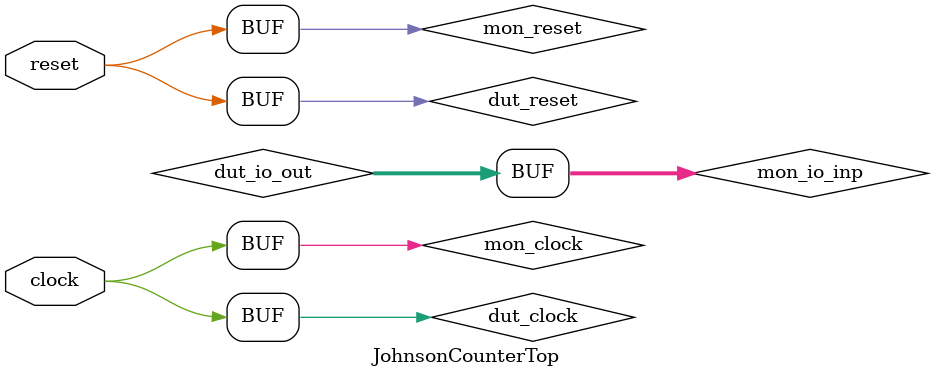
<source format=v>
module JohnsonCounter(
  input        clock,
  input        reset,
  output [7:0] io_out
);
`ifdef RANDOMIZE_REG_INIT
  reg [31:0] _RAND_0;
`endif // RANDOMIZE_REG_INIT
  reg [7:0] state; // @[i.scala 11:22]
  wire [8:0] _T_2 = {state, 1'h0}; // @[i.scala 17:19]
  wire  _T_4 = ~state[7]; // @[i.scala 17:27]
  wire [8:0] _GEN_1 = {{8'd0}, _T_4}; // @[i.scala 17:25]
  wire [8:0] _T_5 = _T_2 | _GEN_1; // @[i.scala 17:25]
  assign io_out = state; // @[i.scala 19:10]
`ifdef RANDOMIZE_GARBAGE_ASSIGN
`define RANDOMIZE
`endif
`ifdef RANDOMIZE_INVALID_ASSIGN
`define RANDOMIZE
`endif
`ifdef RANDOMIZE_REG_INIT
`define RANDOMIZE
`endif
`ifdef RANDOMIZE_MEM_INIT
`define RANDOMIZE
`endif
`ifndef RANDOM
`define RANDOM $random
`endif
`ifdef RANDOMIZE_MEM_INIT
  integer initvar;
`endif
`ifndef SYNTHESIS
`ifdef FIRRTL_BEFORE_INITIAL
`FIRRTL_BEFORE_INITIAL
`endif
initial begin
  `ifdef RANDOMIZE
    `ifdef INIT_RANDOM
      `INIT_RANDOM
    `endif
    `ifndef VERILATOR
      `ifdef RANDOMIZE_DELAY
        #`RANDOMIZE_DELAY begin end
      `else
        #0.002 begin end
      `endif
    `endif
`ifdef RANDOMIZE_REG_INIT
  _RAND_0 = {1{`RANDOM}};
  state = _RAND_0[7:0];
`endif // RANDOMIZE_REG_INIT
  `endif // RANDOMIZE
end // initial
`ifdef FIRRTL_AFTER_INITIAL
`FIRRTL_AFTER_INITIAL
`endif
`endif // SYNTHESIS
  always @(posedge clock) begin
    if (reset) begin
      state <= 8'h0;
    end else begin
      state <= _T_5[7:0];
    end
  end
endmodule
module JohnsonCounterMonitor(
  input        clock,
  input        reset,
  input  [7:0] io_inp
);
`ifdef RANDOMIZE_REG_INIT
  reg [31:0] _RAND_0;
`endif // RANDOMIZE_REG_INIT
  reg [3:0] state; // @[i.scala 27:22]
  wire [3:0] _T_1 = state + 4'h1; // @[i.scala 29:18]
  wire  _T_3 = ~reset; // @[i.scala 31:9]
  wire  _T_4 = state == 4'h0; // @[i.scala 33:16]
  wire  _T_5 = io_inp == 8'h0; // @[i.scala 34:20]
  wire  _GEN_0 = _T_4 & _T_5; // @[i.scala 35:15]
  wire  _GEN_1 = ~_T_5; // @[i.scala 37:15]
  wire  _GEN_2 = _T_4 & _GEN_1; // @[i.scala 37:15]
  wire  _GEN_3 = ~_T_4; // @[i.scala 40:12]
`ifdef RANDOMIZE_GARBAGE_ASSIGN
`define RANDOMIZE
`endif
`ifdef RANDOMIZE_INVALID_ASSIGN
`define RANDOMIZE
`endif
`ifdef RANDOMIZE_REG_INIT
`define RANDOMIZE
`endif
`ifdef RANDOMIZE_MEM_INIT
`define RANDOMIZE
`endif
`ifndef RANDOM
`define RANDOM $random
`endif
`ifdef RANDOMIZE_MEM_INIT
  integer initvar;
`endif
`ifndef SYNTHESIS
`ifdef FIRRTL_BEFORE_INITIAL
`FIRRTL_BEFORE_INITIAL
`endif
initial begin
  `ifdef RANDOMIZE
    `ifdef INIT_RANDOM
      `INIT_RANDOM
    `endif
    `ifndef VERILATOR
      `ifdef RANDOMIZE_DELAY
        #`RANDOMIZE_DELAY begin end
      `else
        #0.002 begin end
      `endif
    `endif
`ifdef RANDOMIZE_REG_INIT
  _RAND_0 = {1{`RANDOM}};
  state = _RAND_0[3:0];
`endif // RANDOMIZE_REG_INIT
  `endif // RANDOMIZE
end // initial
`ifdef FIRRTL_AFTER_INITIAL
`FIRRTL_AFTER_INITIAL
`endif
`endif // SYNTHESIS
  always @(posedge clock) begin
    if (reset) begin
      state <= 4'h0;
    end else begin
      state <= _T_1;
    end
    `ifndef SYNTHESIS
    `ifdef PRINTF_COND
      if (`PRINTF_COND) begin
    `endif
        if (_T_3) begin
          $fwrite(32'h80000002,"inp: %b state: %b",io_inp,state); // @[i.scala 31:9]
        end
    `ifdef PRINTF_COND
      end
    `endif
    `endif // SYNTHESIS
    `ifndef SYNTHESIS
    `ifdef PRINTF_COND
      if (`PRINTF_COND) begin
    `endif
        if (_GEN_0 & _T_3) begin
          $fwrite(32'h80000002," Correct\n"); // @[i.scala 35:15]
        end
    `ifdef PRINTF_COND
      end
    `endif
    `endif // SYNTHESIS
    `ifndef SYNTHESIS
    `ifdef PRINTF_COND
      if (`PRINTF_COND) begin
    `endif
        if (_GEN_2 & _T_3) begin
          $fwrite(32'h80000002," Incorrect\n"); // @[i.scala 37:15]
        end
    `ifdef PRINTF_COND
      end
    `endif
    `endif // SYNTHESIS
    `ifndef SYNTHESIS
    `ifdef PRINTF_COND
      if (`PRINTF_COND) begin
    `endif
        if (_GEN_3 & _T_3) begin
          $fwrite(32'h80000002,"\n"); // @[i.scala 40:12]
        end
    `ifdef PRINTF_COND
      end
    `endif
    `endif // SYNTHESIS
  end
endmodule
module JohnsonCounterTop(
  input   clock,
  input   reset
);
  wire  dut_clock; // @[i.scala 50:19]
  wire  dut_reset; // @[i.scala 50:19]
  wire [7:0] dut_io_out; // @[i.scala 50:19]
  wire  mon_clock; // @[i.scala 51:19]
  wire  mon_reset; // @[i.scala 51:19]
  wire [7:0] mon_io_inp; // @[i.scala 51:19]
  JohnsonCounter dut ( // @[i.scala 50:19]
    .clock(dut_clock),
    .reset(dut_reset),
    .io_out(dut_io_out)
  );
  JohnsonCounterMonitor mon ( // @[i.scala 51:19]
    .clock(mon_clock),
    .reset(mon_reset),
    .io_inp(mon_io_inp)
  );
  assign dut_clock = clock;
  assign dut_reset = reset;
  assign mon_clock = clock;
  assign mon_reset = reset;
  assign mon_io_inp = dut_io_out; // @[i.scala 53:14]
endmodule

</source>
